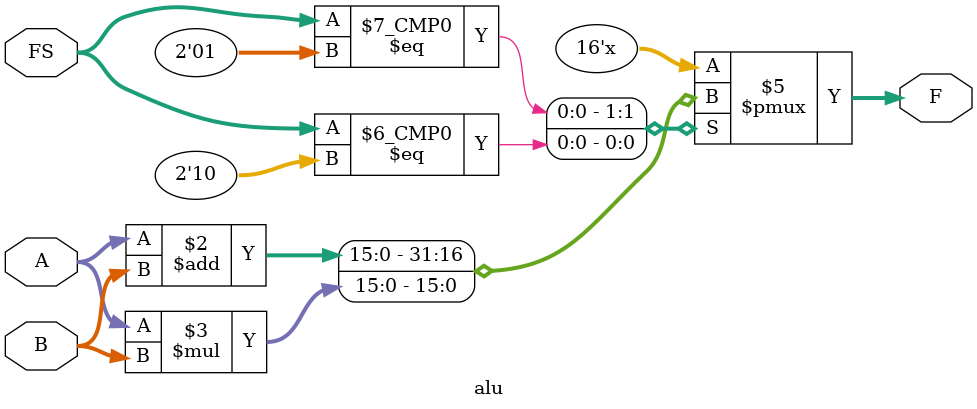
<source format=v>
`timescale 1ns / 1ps
module alu(
    input [15:0] A,
    input [15:0] B,
    input [1:0]  FS,
    output reg [15:0]F
);

always@(*) 
begin case(FS)
    2'b00 : F = F;
    2'b01 : F = A + B;
    2'b10 : F = A*B;
    endcase
end
endmodule
</source>
